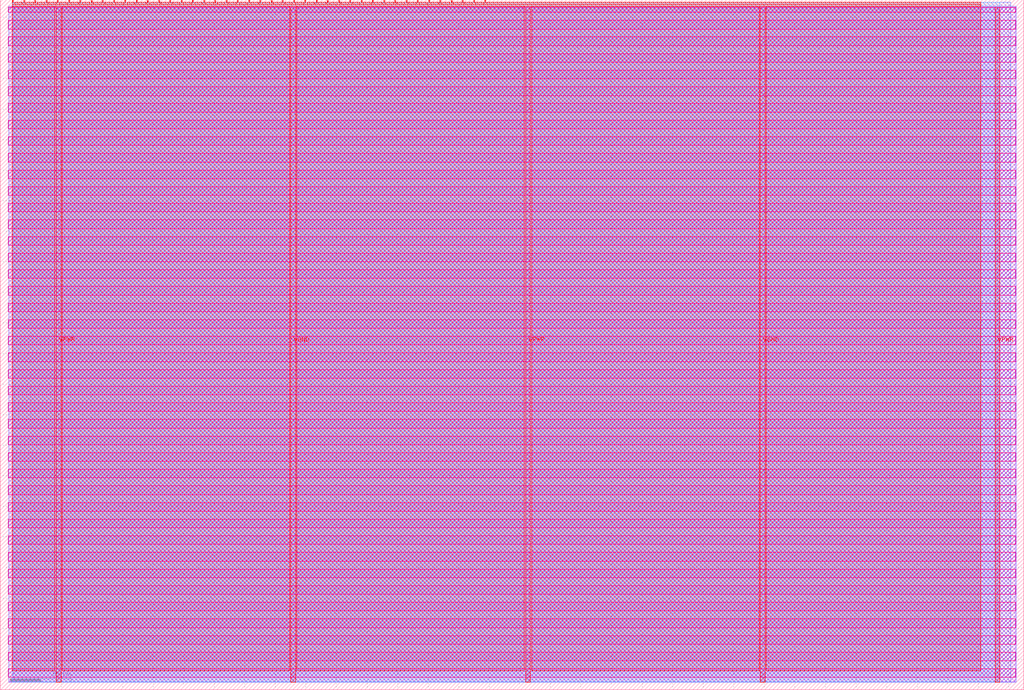
<source format=lef>
VERSION 5.7 ;
  NOWIREEXTENSIONATPIN ON ;
  DIVIDERCHAR "/" ;
  BUSBITCHARS "[]" ;
MACRO tt_um_chess
  CLASS BLOCK ;
  FOREIGN tt_um_chess ;
  ORIGIN 0.000 0.000 ;
  SIZE 334.880 BY 225.760 ;
  PIN VGND
    DIRECTION INOUT ;
    USE GROUND ;
    PORT
      LAYER met4 ;
        RECT 95.080 2.480 96.680 223.280 ;
    END
    PORT
      LAYER met4 ;
        RECT 248.680 2.480 250.280 223.280 ;
    END
  END VGND
  PIN VPWR
    DIRECTION INOUT ;
    USE POWER ;
    PORT
      LAYER met4 ;
        RECT 18.280 2.480 19.880 223.280 ;
    END
    PORT
      LAYER met4 ;
        RECT 171.880 2.480 173.480 223.280 ;
    END
    PORT
      LAYER met4 ;
        RECT 325.480 2.480 327.080 223.280 ;
    END
  END VPWR
  PIN clk
    DIRECTION INPUT ;
    USE SIGNAL ;
    ANTENNAGATEAREA 0.852000 ;
    PORT
      LAYER met4 ;
        RECT 154.870 224.760 155.170 225.760 ;
    END
  END clk
  PIN ena
    DIRECTION INPUT ;
    USE SIGNAL ;
    PORT
      LAYER met4 ;
        RECT 158.550 224.760 158.850 225.760 ;
    END
  END ena
  PIN rst_n
    DIRECTION INPUT ;
    USE SIGNAL ;
    ANTENNAGATEAREA 0.213000 ;
    PORT
      LAYER met4 ;
        RECT 151.190 224.760 151.490 225.760 ;
    END
  END rst_n
  PIN ui_in[0]
    DIRECTION INPUT ;
    USE SIGNAL ;
    ANTENNAGATEAREA 0.213000 ;
    PORT
      LAYER met4 ;
        RECT 147.510 224.760 147.810 225.760 ;
    END
  END ui_in[0]
  PIN ui_in[1]
    DIRECTION INPUT ;
    USE SIGNAL ;
    ANTENNAGATEAREA 0.159000 ;
    PORT
      LAYER met4 ;
        RECT 143.830 224.760 144.130 225.760 ;
    END
  END ui_in[1]
  PIN ui_in[2]
    DIRECTION INPUT ;
    USE SIGNAL ;
    PORT
      LAYER met4 ;
        RECT 140.150 224.760 140.450 225.760 ;
    END
  END ui_in[2]
  PIN ui_in[3]
    DIRECTION INPUT ;
    USE SIGNAL ;
    PORT
      LAYER met4 ;
        RECT 136.470 224.760 136.770 225.760 ;
    END
  END ui_in[3]
  PIN ui_in[4]
    DIRECTION INPUT ;
    USE SIGNAL ;
    ANTENNAGATEAREA 0.159000 ;
    PORT
      LAYER met4 ;
        RECT 132.790 224.760 133.090 225.760 ;
    END
  END ui_in[4]
  PIN ui_in[5]
    DIRECTION INPUT ;
    USE SIGNAL ;
    ANTENNAGATEAREA 0.213000 ;
    PORT
      LAYER met4 ;
        RECT 129.110 224.760 129.410 225.760 ;
    END
  END ui_in[5]
  PIN ui_in[6]
    DIRECTION INPUT ;
    USE SIGNAL ;
    ANTENNAGATEAREA 0.159000 ;
    PORT
      LAYER met4 ;
        RECT 125.430 224.760 125.730 225.760 ;
    END
  END ui_in[6]
  PIN ui_in[7]
    DIRECTION INPUT ;
    USE SIGNAL ;
    ANTENNAGATEAREA 0.213000 ;
    PORT
      LAYER met4 ;
        RECT 121.750 224.760 122.050 225.760 ;
    END
  END ui_in[7]
  PIN uio_in[0]
    DIRECTION INPUT ;
    USE SIGNAL ;
    ANTENNAGATEAREA 0.126000 ;
    PORT
      LAYER met4 ;
        RECT 118.070 224.760 118.370 225.760 ;
    END
  END uio_in[0]
  PIN uio_in[1]
    DIRECTION INPUT ;
    USE SIGNAL ;
    ANTENNAGATEAREA 0.159000 ;
    PORT
      LAYER met4 ;
        RECT 114.390 224.760 114.690 225.760 ;
    END
  END uio_in[1]
  PIN uio_in[2]
    DIRECTION INPUT ;
    USE SIGNAL ;
    ANTENNAGATEAREA 0.196500 ;
    PORT
      LAYER met4 ;
        RECT 110.710 224.760 111.010 225.760 ;
    END
  END uio_in[2]
  PIN uio_in[3]
    DIRECTION INPUT ;
    USE SIGNAL ;
    ANTENNAGATEAREA 0.196500 ;
    PORT
      LAYER met4 ;
        RECT 107.030 224.760 107.330 225.760 ;
    END
  END uio_in[3]
  PIN uio_in[4]
    DIRECTION INPUT ;
    USE SIGNAL ;
    ANTENNAGATEAREA 0.196500 ;
    PORT
      LAYER met4 ;
        RECT 103.350 224.760 103.650 225.760 ;
    END
  END uio_in[4]
  PIN uio_in[5]
    DIRECTION INPUT ;
    USE SIGNAL ;
    ANTENNAGATEAREA 0.196500 ;
    PORT
      LAYER met4 ;
        RECT 99.670 224.760 99.970 225.760 ;
    END
  END uio_in[5]
  PIN uio_in[6]
    DIRECTION INPUT ;
    USE SIGNAL ;
    ANTENNAGATEAREA 0.213000 ;
    PORT
      LAYER met4 ;
        RECT 95.990 224.760 96.290 225.760 ;
    END
  END uio_in[6]
  PIN uio_in[7]
    DIRECTION INPUT ;
    USE SIGNAL ;
    ANTENNAGATEAREA 0.213000 ;
    PORT
      LAYER met4 ;
        RECT 92.310 224.760 92.610 225.760 ;
    END
  END uio_in[7]
  PIN uio_oe[0]
    DIRECTION OUTPUT TRISTATE ;
    USE SIGNAL ;
    PORT
      LAYER met4 ;
        RECT 29.750 224.760 30.050 225.760 ;
    END
  END uio_oe[0]
  PIN uio_oe[1]
    DIRECTION OUTPUT TRISTATE ;
    USE SIGNAL ;
    PORT
      LAYER met4 ;
        RECT 26.070 224.760 26.370 225.760 ;
    END
  END uio_oe[1]
  PIN uio_oe[2]
    DIRECTION OUTPUT TRISTATE ;
    USE SIGNAL ;
    PORT
      LAYER met4 ;
        RECT 22.390 224.760 22.690 225.760 ;
    END
  END uio_oe[2]
  PIN uio_oe[3]
    DIRECTION OUTPUT TRISTATE ;
    USE SIGNAL ;
    PORT
      LAYER met4 ;
        RECT 18.710 224.760 19.010 225.760 ;
    END
  END uio_oe[3]
  PIN uio_oe[4]
    DIRECTION OUTPUT TRISTATE ;
    USE SIGNAL ;
    PORT
      LAYER met4 ;
        RECT 15.030 224.760 15.330 225.760 ;
    END
  END uio_oe[4]
  PIN uio_oe[5]
    DIRECTION OUTPUT TRISTATE ;
    USE SIGNAL ;
    PORT
      LAYER met4 ;
        RECT 11.350 224.760 11.650 225.760 ;
    END
  END uio_oe[5]
  PIN uio_oe[6]
    DIRECTION OUTPUT TRISTATE ;
    USE SIGNAL ;
    PORT
      LAYER met4 ;
        RECT 7.670 224.760 7.970 225.760 ;
    END
  END uio_oe[6]
  PIN uio_oe[7]
    DIRECTION OUTPUT TRISTATE ;
    USE SIGNAL ;
    PORT
      LAYER met4 ;
        RECT 3.990 224.760 4.290 225.760 ;
    END
  END uio_oe[7]
  PIN uio_out[0]
    DIRECTION OUTPUT TRISTATE ;
    USE SIGNAL ;
    PORT
      LAYER met4 ;
        RECT 59.190 224.760 59.490 225.760 ;
    END
  END uio_out[0]
  PIN uio_out[1]
    DIRECTION OUTPUT TRISTATE ;
    USE SIGNAL ;
    PORT
      LAYER met4 ;
        RECT 55.510 224.760 55.810 225.760 ;
    END
  END uio_out[1]
  PIN uio_out[2]
    DIRECTION OUTPUT TRISTATE ;
    USE SIGNAL ;
    PORT
      LAYER met4 ;
        RECT 51.830 224.760 52.130 225.760 ;
    END
  END uio_out[2]
  PIN uio_out[3]
    DIRECTION OUTPUT TRISTATE ;
    USE SIGNAL ;
    PORT
      LAYER met4 ;
        RECT 48.150 224.760 48.450 225.760 ;
    END
  END uio_out[3]
  PIN uio_out[4]
    DIRECTION OUTPUT TRISTATE ;
    USE SIGNAL ;
    PORT
      LAYER met4 ;
        RECT 44.470 224.760 44.770 225.760 ;
    END
  END uio_out[4]
  PIN uio_out[5]
    DIRECTION OUTPUT TRISTATE ;
    USE SIGNAL ;
    PORT
      LAYER met4 ;
        RECT 40.790 224.760 41.090 225.760 ;
    END
  END uio_out[5]
  PIN uio_out[6]
    DIRECTION OUTPUT TRISTATE ;
    USE SIGNAL ;
    PORT
      LAYER met4 ;
        RECT 37.110 224.760 37.410 225.760 ;
    END
  END uio_out[6]
  PIN uio_out[7]
    DIRECTION OUTPUT TRISTATE ;
    USE SIGNAL ;
    PORT
      LAYER met4 ;
        RECT 33.430 224.760 33.730 225.760 ;
    END
  END uio_out[7]
  PIN uo_out[0]
    DIRECTION OUTPUT TRISTATE ;
    USE SIGNAL ;
    ANTENNAGATEAREA 0.247500 ;
    ANTENNADIFFAREA 0.891000 ;
    PORT
      LAYER met4 ;
        RECT 88.630 224.760 88.930 225.760 ;
    END
  END uo_out[0]
  PIN uo_out[1]
    DIRECTION OUTPUT TRISTATE ;
    USE SIGNAL ;
    ANTENNAGATEAREA 0.247500 ;
    ANTENNADIFFAREA 0.891000 ;
    PORT
      LAYER met4 ;
        RECT 84.950 224.760 85.250 225.760 ;
    END
  END uo_out[1]
  PIN uo_out[2]
    DIRECTION OUTPUT TRISTATE ;
    USE SIGNAL ;
    ANTENNAGATEAREA 0.247500 ;
    ANTENNADIFFAREA 0.445500 ;
    PORT
      LAYER met4 ;
        RECT 81.270 224.760 81.570 225.760 ;
    END
  END uo_out[2]
  PIN uo_out[3]
    DIRECTION OUTPUT TRISTATE ;
    USE SIGNAL ;
    ANTENNAGATEAREA 0.126000 ;
    ANTENNADIFFAREA 0.445500 ;
    PORT
      LAYER met4 ;
        RECT 77.590 224.760 77.890 225.760 ;
    END
  END uo_out[3]
  PIN uo_out[4]
    DIRECTION OUTPUT TRISTATE ;
    USE SIGNAL ;
    ANTENNAGATEAREA 0.126000 ;
    ANTENNADIFFAREA 0.445500 ;
    PORT
      LAYER met4 ;
        RECT 73.910 224.760 74.210 225.760 ;
    END
  END uo_out[4]
  PIN uo_out[5]
    DIRECTION OUTPUT TRISTATE ;
    USE SIGNAL ;
    ANTENNAGATEAREA 0.126000 ;
    ANTENNADIFFAREA 0.445500 ;
    PORT
      LAYER met4 ;
        RECT 70.230 224.760 70.530 225.760 ;
    END
  END uo_out[5]
  PIN uo_out[6]
    DIRECTION OUTPUT TRISTATE ;
    USE SIGNAL ;
    ANTENNADIFFAREA 0.445500 ;
    PORT
      LAYER met4 ;
        RECT 66.550 224.760 66.850 225.760 ;
    END
  END uo_out[6]
  PIN uo_out[7]
    DIRECTION OUTPUT TRISTATE ;
    USE SIGNAL ;
    ANTENNAGATEAREA 0.247500 ;
    ANTENNADIFFAREA 0.891000 ;
    PORT
      LAYER met4 ;
        RECT 62.870 224.760 63.170 225.760 ;
    END
  END uo_out[7]
  OBS
      LAYER nwell ;
        RECT 2.570 221.625 332.310 223.230 ;
        RECT 2.570 216.185 332.310 219.015 ;
        RECT 2.570 210.745 332.310 213.575 ;
        RECT 2.570 205.305 332.310 208.135 ;
        RECT 2.570 199.865 332.310 202.695 ;
        RECT 2.570 194.425 332.310 197.255 ;
        RECT 2.570 188.985 332.310 191.815 ;
        RECT 2.570 183.545 332.310 186.375 ;
        RECT 2.570 178.105 332.310 180.935 ;
        RECT 2.570 172.665 332.310 175.495 ;
        RECT 2.570 167.225 332.310 170.055 ;
        RECT 2.570 161.785 332.310 164.615 ;
        RECT 2.570 156.345 332.310 159.175 ;
        RECT 2.570 150.905 332.310 153.735 ;
        RECT 2.570 145.465 332.310 148.295 ;
        RECT 2.570 140.025 332.310 142.855 ;
        RECT 2.570 134.585 332.310 137.415 ;
        RECT 2.570 129.145 332.310 131.975 ;
        RECT 2.570 123.705 332.310 126.535 ;
        RECT 2.570 118.265 332.310 121.095 ;
        RECT 2.570 112.825 332.310 115.655 ;
        RECT 2.570 107.385 332.310 110.215 ;
        RECT 2.570 101.945 332.310 104.775 ;
        RECT 2.570 96.505 332.310 99.335 ;
        RECT 2.570 91.065 332.310 93.895 ;
        RECT 2.570 85.625 332.310 88.455 ;
        RECT 2.570 80.185 332.310 83.015 ;
        RECT 2.570 74.745 332.310 77.575 ;
        RECT 2.570 69.305 332.310 72.135 ;
        RECT 2.570 63.865 332.310 66.695 ;
        RECT 2.570 58.425 332.310 61.255 ;
        RECT 2.570 52.985 332.310 55.815 ;
        RECT 2.570 47.545 332.310 50.375 ;
        RECT 2.570 42.105 332.310 44.935 ;
        RECT 2.570 36.665 332.310 39.495 ;
        RECT 2.570 31.225 332.310 34.055 ;
        RECT 2.570 25.785 332.310 28.615 ;
        RECT 2.570 20.345 332.310 23.175 ;
        RECT 2.570 14.905 332.310 17.735 ;
        RECT 2.570 9.465 332.310 12.295 ;
        RECT 2.570 4.025 332.310 6.855 ;
      LAYER li1 ;
        RECT 2.760 2.635 332.120 223.125 ;
      LAYER met1 ;
        RECT 2.760 2.480 332.420 223.680 ;
      LAYER met2 ;
        RECT 4.230 2.535 330.640 224.925 ;
      LAYER met3 ;
        RECT 3.950 2.555 327.070 224.905 ;
      LAYER met4 ;
        RECT 4.690 224.360 7.270 224.905 ;
        RECT 8.370 224.360 10.950 224.905 ;
        RECT 12.050 224.360 14.630 224.905 ;
        RECT 15.730 224.360 18.310 224.905 ;
        RECT 19.410 224.360 21.990 224.905 ;
        RECT 23.090 224.360 25.670 224.905 ;
        RECT 26.770 224.360 29.350 224.905 ;
        RECT 30.450 224.360 33.030 224.905 ;
        RECT 34.130 224.360 36.710 224.905 ;
        RECT 37.810 224.360 40.390 224.905 ;
        RECT 41.490 224.360 44.070 224.905 ;
        RECT 45.170 224.360 47.750 224.905 ;
        RECT 48.850 224.360 51.430 224.905 ;
        RECT 52.530 224.360 55.110 224.905 ;
        RECT 56.210 224.360 58.790 224.905 ;
        RECT 59.890 224.360 62.470 224.905 ;
        RECT 63.570 224.360 66.150 224.905 ;
        RECT 67.250 224.360 69.830 224.905 ;
        RECT 70.930 224.360 73.510 224.905 ;
        RECT 74.610 224.360 77.190 224.905 ;
        RECT 78.290 224.360 80.870 224.905 ;
        RECT 81.970 224.360 84.550 224.905 ;
        RECT 85.650 224.360 88.230 224.905 ;
        RECT 89.330 224.360 91.910 224.905 ;
        RECT 93.010 224.360 95.590 224.905 ;
        RECT 96.690 224.360 99.270 224.905 ;
        RECT 100.370 224.360 102.950 224.905 ;
        RECT 104.050 224.360 106.630 224.905 ;
        RECT 107.730 224.360 110.310 224.905 ;
        RECT 111.410 224.360 113.990 224.905 ;
        RECT 115.090 224.360 117.670 224.905 ;
        RECT 118.770 224.360 121.350 224.905 ;
        RECT 122.450 224.360 125.030 224.905 ;
        RECT 126.130 224.360 128.710 224.905 ;
        RECT 129.810 224.360 132.390 224.905 ;
        RECT 133.490 224.360 136.070 224.905 ;
        RECT 137.170 224.360 139.750 224.905 ;
        RECT 140.850 224.360 143.430 224.905 ;
        RECT 144.530 224.360 147.110 224.905 ;
        RECT 148.210 224.360 150.790 224.905 ;
        RECT 151.890 224.360 154.470 224.905 ;
        RECT 155.570 224.360 158.150 224.905 ;
        RECT 159.250 224.360 320.785 224.905 ;
        RECT 3.975 223.680 320.785 224.360 ;
        RECT 3.975 6.295 17.880 223.680 ;
        RECT 20.280 6.295 94.680 223.680 ;
        RECT 97.080 6.295 171.480 223.680 ;
        RECT 173.880 6.295 248.280 223.680 ;
        RECT 250.680 6.295 320.785 223.680 ;
  END
END tt_um_chess
END LIBRARY


</source>
